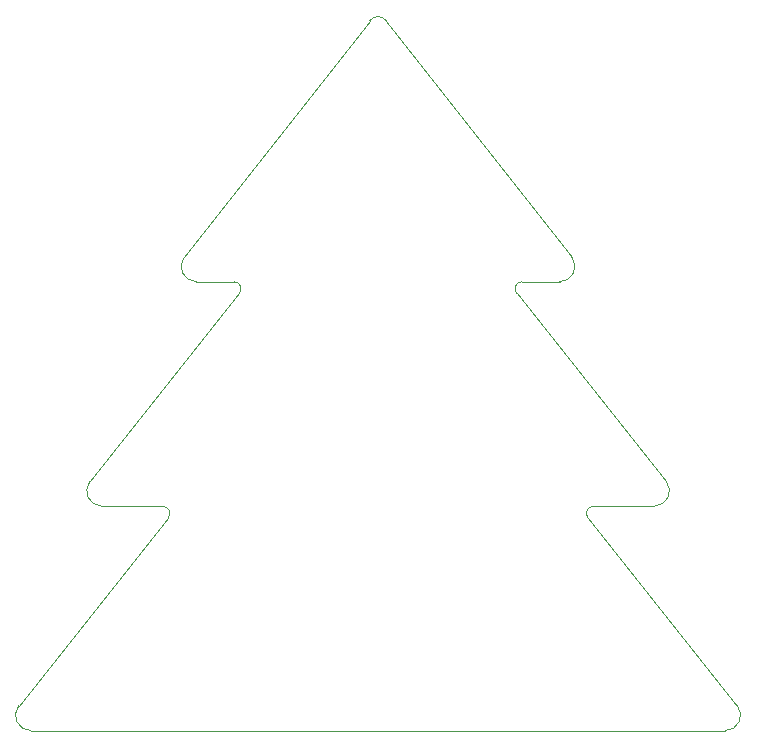
<source format=gbr>
%TF.GenerationSoftware,KiCad,Pcbnew,(6.0.7)*%
%TF.CreationDate,2022-09-10T12:27:55+10:00*%
%TF.ProjectId,Christmas_2022_PCB,43687269-7374-46d6-9173-5f323032325f,v01*%
%TF.SameCoordinates,Original*%
%TF.FileFunction,Profile,NP*%
%FSLAX46Y46*%
G04 Gerber Fmt 4.6, Leading zero omitted, Abs format (unit mm)*
G04 Created by KiCad (PCBNEW (6.0.7)) date 2022-09-10 12:27:55*
%MOMM*%
%LPD*%
G01*
G04 APERTURE LIST*
%TA.AperFunction,Profile*%
%ADD10C,0.100000*%
%TD*%
G04 APERTURE END LIST*
D10*
X66626158Y-90998123D02*
X71759218Y-91009913D01*
X65600000Y-88900000D02*
X78268521Y-72974817D01*
X113373842Y-90998119D02*
G75*
G03*
X114400000Y-88900000I-42J1300019D01*
G01*
X89300000Y-49900000D02*
X73600000Y-69900000D01*
X119400000Y-110000000D02*
G75*
G03*
X120426158Y-107901877I0J1300000D01*
G01*
X73599997Y-69899998D02*
G75*
G03*
X74626158Y-71998123I1026203J-798102D01*
G01*
X78268521Y-72974817D02*
G75*
G03*
X77800000Y-72000000I-468521J374817D01*
G01*
X105373842Y-71998119D02*
G75*
G03*
X106400000Y-69900000I-42J1300019D01*
G01*
X108240782Y-91009913D02*
X113373842Y-90998123D01*
X120426158Y-107901877D02*
X107772261Y-91984730D01*
X59573842Y-107901877D02*
G75*
G03*
X60600000Y-110000000I1026158J-798123D01*
G01*
X65599997Y-88899998D02*
G75*
G03*
X66626158Y-90998123I1026203J-798102D01*
G01*
X101731479Y-72974817D02*
X114400000Y-88900000D01*
X60600000Y-110000000D02*
X90000000Y-110000000D01*
X90700000Y-49900000D02*
X106400000Y-69900000D01*
X72227739Y-91984730D02*
X59573842Y-107901877D01*
X72227712Y-91984708D02*
G75*
G03*
X71759218Y-91009913I-468512J374808D01*
G01*
X90000000Y-110000000D02*
X119400000Y-110000000D01*
X90700000Y-49900000D02*
G75*
G03*
X89300000Y-49900000I-700000J-499999D01*
G01*
X77800000Y-72000000D02*
X74626158Y-71998123D01*
X102200000Y-72000000D02*
G75*
G03*
X101731479Y-72974817I0J-600000D01*
G01*
X105373842Y-71998123D02*
X102200000Y-72000000D01*
X108240782Y-91009878D02*
G75*
G03*
X107772261Y-91984730I18J-600022D01*
G01*
M02*

</source>
